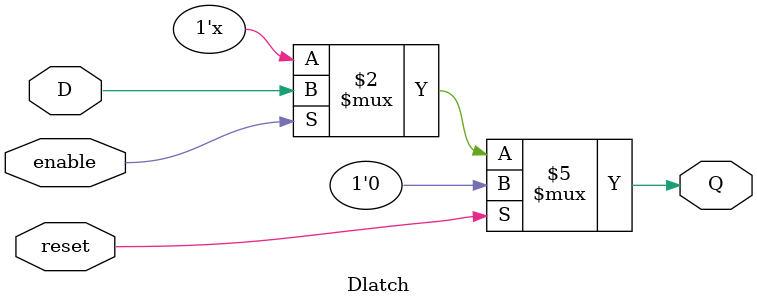
<source format=v>

module puf #(
    parameter ADDR_BITS = 4,
    parameter OUT_BITS = 8
)
(
input clk,
input START, 
input [ADDR_BITS-1:0] addr,
input reset, 
output reg [OUT_BITS-1:0] OUT_reg);

localparam TOTAL_PUFs = 2**ADDR_BITS * OUT_BITS;

wire [TOTAL_PUFs-1:0] OUT;

always @(posedge clk or posedge reset) begin
    if (reset) OUT_reg <= 0;
    else OUT_reg = OUT[addr * OUT_BITS +: OUT_BITS];
end

genvar i;
generate
    for (i = 0; i < TOTAL_PUFs; i = i + 1) begin : puf_loop
        one_bit_puf puf_inst(START, reset, OUT[i]);
    end
endgenerate


endmodule

module one_bit_puf(
     input wire START,    // PUF Start signal
     input wire reset,    // Reset signal
     output wire OUT
 );
 (* KEEP = "TRUE" *) wire Q0;
 (* KEEP = "TRUE" *) wire Q1;          // Outputs from the D-Latches
 wire P0;         // Delays through inverters
 wire P1;         // Delays through inverters
 
 Dlatch dl0(START, reset, P1, Q0);
 Dlatch dl1(START, reset, P0, Q1);

 // Inverters for path P1 and P2
 assign P0 = ~Q0;
 assign P1 = ~Q1;

 // Output: Difference between the two paths P1 and P2
 assign OUT = P1;


 endmodule


 module Dlatch(
     input enable,
     input reset,
     input D,
// (* KEEP = "TRUE" *)
  output reg Q
 );
 always @(enable or reset or D) begin
     if (reset)
         Q <= 1'b0;
     else if (enable)
         Q <= D;   // The input to latch 1 is the inverted signal P1
 end

 endmodule
</source>
